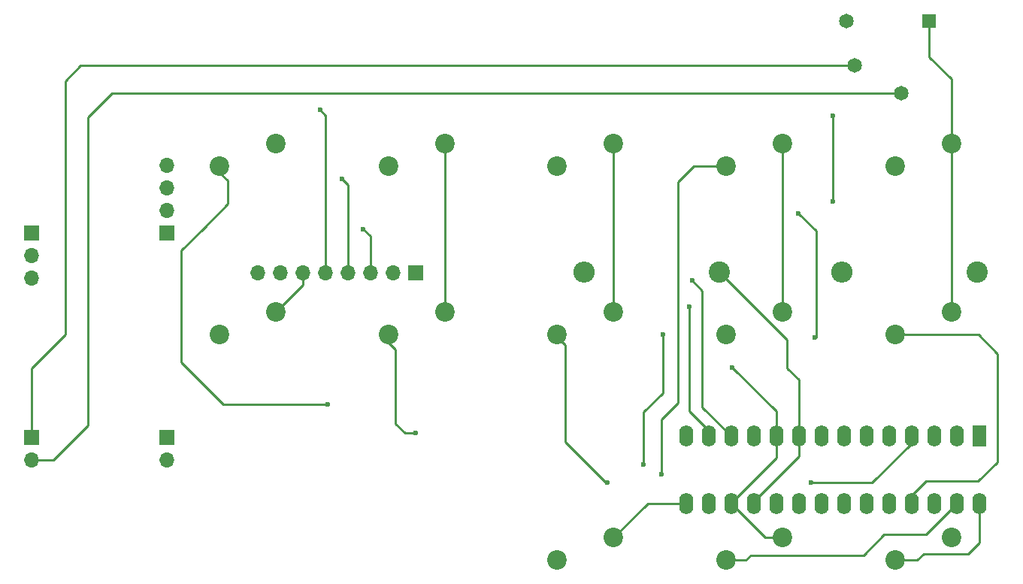
<source format=gbr>
G04 #@! TF.FileFunction,Copper,L2,Bot,Signal*
%FSLAX46Y46*%
G04 Gerber Fmt 4.6, Leading zero omitted, Abs format (unit mm)*
G04 Created by KiCad (PCBNEW 4.0.7) date 03/10/21 14:25:49*
%MOMM*%
%LPD*%
G01*
G04 APERTURE LIST*
%ADD10C,0.100000*%
%ADD11C,2.200000*%
%ADD12R,1.600000X2.400000*%
%ADD13O,1.600000X2.400000*%
%ADD14C,2.400000*%
%ADD15O,2.400000X2.400000*%
%ADD16R,1.700000X1.700000*%
%ADD17O,1.700000X1.700000*%
%ADD18R,1.650000X1.650000*%
%ADD19C,1.650000*%
%ADD20C,0.600000*%
%ADD21C,0.250000*%
G04 APERTURE END LIST*
D10*
D11*
X165488250Y-57555500D03*
X159138250Y-60095500D03*
X165488250Y-76586750D03*
X159138250Y-79126750D03*
X127425750Y-101993000D03*
X121075750Y-104533000D03*
X146457000Y-57555500D03*
X140107000Y-60095500D03*
X146457000Y-101993000D03*
X140107000Y-104533000D03*
X165488250Y-101993000D03*
X159138250Y-104533000D03*
X89363250Y-57555500D03*
X83013250Y-60095500D03*
X89363250Y-76586750D03*
X83013250Y-79126750D03*
X108394500Y-57555500D03*
X102044500Y-60095500D03*
X108394500Y-76586750D03*
X102044500Y-79126750D03*
D12*
X168582000Y-90555500D03*
D13*
X135562000Y-98175500D03*
X166042000Y-90555500D03*
X138102000Y-98175500D03*
X163502000Y-90555500D03*
X140642000Y-98175500D03*
X160962000Y-90555500D03*
X143182000Y-98175500D03*
X158422000Y-90555500D03*
X145722000Y-98175500D03*
X155882000Y-90555500D03*
X148262000Y-98175500D03*
X153342000Y-90555500D03*
X150802000Y-98175500D03*
X150802000Y-90555500D03*
X153342000Y-98175500D03*
X148262000Y-90555500D03*
X155882000Y-98175500D03*
X145722000Y-90555500D03*
X158422000Y-98175500D03*
X143182000Y-90555500D03*
X160962000Y-98175500D03*
X140642000Y-90555500D03*
X163502000Y-98175500D03*
X138102000Y-90555500D03*
X166042000Y-98175500D03*
X135562000Y-90555500D03*
X168582000Y-98175500D03*
D14*
X139332000Y-72086750D03*
D15*
X124092000Y-72086750D03*
D14*
X168394500Y-72086750D03*
D15*
X153154500Y-72086750D03*
D16*
X61894500Y-67680500D03*
D17*
X61894500Y-70220500D03*
X61894500Y-72760500D03*
D16*
X77082000Y-90649250D03*
D17*
X77082000Y-93189250D03*
D16*
X61894500Y-90649250D03*
D17*
X61894500Y-93189250D03*
D18*
X162975750Y-43799250D03*
D19*
X154575750Y-48799250D03*
X159775750Y-51899250D03*
X153675750Y-43799250D03*
D11*
X127425750Y-76586750D03*
X121075750Y-79126750D03*
X127425750Y-57555500D03*
X121075750Y-60095500D03*
D16*
X105113250Y-72180500D03*
D17*
X102573250Y-72180500D03*
X100033250Y-72180500D03*
X97493250Y-72180500D03*
X94953250Y-72180500D03*
X92413250Y-72180500D03*
X89873250Y-72180500D03*
X87333250Y-72180500D03*
D16*
X77082000Y-67680500D03*
D17*
X77082000Y-65140500D03*
X77082000Y-62600500D03*
X77082000Y-60060500D03*
D11*
X146457000Y-76586750D03*
X140107000Y-79126750D03*
D20*
X152082000Y-64118000D03*
X152082000Y-54461750D03*
X132769500Y-94868000D03*
X130800750Y-93743000D03*
X132957000Y-79118000D03*
X150113250Y-79399250D03*
X148238250Y-65430500D03*
X126675750Y-95805500D03*
X149644500Y-95805500D03*
X95175750Y-86993000D03*
X105113250Y-90180500D03*
X136238250Y-73024250D03*
X135957000Y-75930500D03*
X140738250Y-82774250D03*
X99207000Y-67211750D03*
X96863250Y-61586750D03*
X94332000Y-53805500D03*
D21*
X148262000Y-90555500D02*
X148262000Y-84204250D01*
X146925750Y-79680500D02*
X139332000Y-72086750D01*
X146925750Y-82868000D02*
X146925750Y-79680500D01*
X148262000Y-84204250D02*
X146925750Y-82868000D01*
X152082000Y-64118000D02*
X152082000Y-58493000D01*
X152082000Y-58493000D02*
X152082000Y-54461750D01*
X143182000Y-98175500D02*
X143182000Y-97861750D01*
X143182000Y-97861750D02*
X148262000Y-92781750D01*
X148262000Y-92781750D02*
X148262000Y-90555500D01*
X61894500Y-93189250D02*
X64323250Y-93189250D01*
X70925750Y-51899250D02*
X159775750Y-51899250D01*
X68175750Y-54649250D02*
X70925750Y-51899250D01*
X68175750Y-89336750D02*
X68175750Y-54649250D01*
X64323250Y-93189250D02*
X68175750Y-89336750D01*
X160962000Y-98175500D02*
X160962000Y-97238000D01*
X160962000Y-97238000D02*
X162582000Y-95618000D01*
X162582000Y-95618000D02*
X168488250Y-95618000D01*
X168488250Y-95618000D02*
X170644500Y-93461750D01*
X170644500Y-93461750D02*
X170644500Y-81274250D01*
X170644500Y-81274250D02*
X168497000Y-79126750D01*
X168497000Y-79126750D02*
X159138250Y-79126750D01*
X132769500Y-94868000D02*
X132769500Y-88680500D01*
X132769500Y-88680500D02*
X134644500Y-86805500D01*
X134644500Y-86805500D02*
X134644500Y-61868000D01*
X134644500Y-61868000D02*
X136417000Y-60095500D01*
X136417000Y-60095500D02*
X140107000Y-60095500D01*
X130800750Y-93743000D02*
X130800750Y-87836750D01*
X130800750Y-87836750D02*
X132957000Y-85680500D01*
X132957000Y-85680500D02*
X132957000Y-79118000D01*
X150207000Y-79399250D02*
X150113250Y-79399250D01*
X150207000Y-67399250D02*
X150207000Y-79399250D01*
X148238250Y-65430500D02*
X150207000Y-67399250D01*
X121075750Y-79126750D02*
X121075750Y-79330500D01*
X121075750Y-79330500D02*
X121988250Y-80243000D01*
X121988250Y-80243000D02*
X121988250Y-91211750D01*
X121988250Y-91211750D02*
X126582000Y-95805500D01*
X126582000Y-95805500D02*
X126675750Y-95805500D01*
X149644500Y-95805500D02*
X156488250Y-95805500D01*
X156488250Y-95805500D02*
X160962000Y-91331750D01*
X160962000Y-91331750D02*
X160962000Y-90555500D01*
X78675750Y-69649250D02*
X81207000Y-67118000D01*
X95175750Y-86993000D02*
X83457000Y-86993000D01*
X83457000Y-86993000D02*
X78675750Y-82211750D01*
X78675750Y-82211750D02*
X78675750Y-69930500D01*
X78675750Y-69930500D02*
X78675750Y-69649250D01*
X83925750Y-61774250D02*
X83013250Y-60861750D01*
X83925750Y-62336750D02*
X83925750Y-61774250D01*
X83925750Y-64399250D02*
X83925750Y-62336750D01*
X81207000Y-67118000D02*
X83925750Y-64399250D01*
X83013250Y-60861750D02*
X83013250Y-60095500D01*
X105113250Y-90180500D02*
X103894500Y-90180500D01*
X102044500Y-79986750D02*
X102863250Y-80805500D01*
X102863250Y-80805500D02*
X102863250Y-88024250D01*
X102863250Y-89149250D02*
X102863250Y-88024250D01*
X103894500Y-90180500D02*
X102863250Y-89149250D01*
X102044500Y-79126750D02*
X102044500Y-79986750D01*
X137363250Y-87276750D02*
X140642000Y-90555500D01*
X137363250Y-74149250D02*
X137363250Y-87276750D01*
X136238250Y-73024250D02*
X137363250Y-74149250D01*
X138102000Y-90555500D02*
X138102000Y-89888000D01*
X138102000Y-89888000D02*
X135957000Y-87743000D01*
X135957000Y-87743000D02*
X135957000Y-75930500D01*
X140107000Y-104533000D02*
X142323250Y-104533000D01*
X162599500Y-101618000D02*
X166042000Y-98175500D01*
X157894500Y-101618000D02*
X162599500Y-101618000D01*
X155550750Y-103961750D02*
X157894500Y-101618000D01*
X142894500Y-103961750D02*
X155550750Y-103961750D01*
X142323250Y-104533000D02*
X142894500Y-103961750D01*
X159138250Y-104533000D02*
X161635750Y-104533000D01*
X168582000Y-102555500D02*
X168582000Y-98175500D01*
X167363250Y-103774250D02*
X168582000Y-102555500D01*
X162394500Y-103774250D02*
X167363250Y-103774250D01*
X161635750Y-104533000D02*
X162394500Y-103774250D01*
X92413250Y-72180500D02*
X92413250Y-73536750D01*
X92413250Y-73536750D02*
X89363250Y-76586750D01*
X145722000Y-87758000D02*
X145722000Y-90555500D01*
X140738250Y-82774250D02*
X145722000Y-87758000D01*
X140642000Y-98175500D02*
X140642000Y-98058000D01*
X140642000Y-98058000D02*
X145722000Y-92978000D01*
X145722000Y-92978000D02*
X145722000Y-90555500D01*
X135562000Y-98175500D02*
X131243250Y-98175500D01*
X131243250Y-98175500D02*
X127425750Y-101993000D01*
X146457000Y-101993000D02*
X144459500Y-101993000D01*
X144459500Y-101993000D02*
X140642000Y-98175500D01*
X162975750Y-43799250D02*
X162975750Y-47824250D01*
X165488250Y-50336750D02*
X165488250Y-57555500D01*
X162975750Y-47824250D02*
X165488250Y-50336750D01*
X108394500Y-57555500D02*
X108394500Y-76586750D01*
X127425750Y-57555500D02*
X127425750Y-76586750D01*
X146457000Y-57555500D02*
X146457000Y-76586750D01*
X165488250Y-57555500D02*
X165488250Y-76586750D01*
X146024600Y-91033600D02*
X146024600Y-90985600D01*
X61894500Y-90649250D02*
X61894500Y-82868000D01*
X67369500Y-48799250D02*
X154575750Y-48799250D01*
X65644500Y-50524250D02*
X67369500Y-48799250D01*
X65644500Y-79118000D02*
X65644500Y-50524250D01*
X61894500Y-82868000D02*
X65644500Y-79118000D01*
X100033250Y-72180500D02*
X100033250Y-68038000D01*
X100033250Y-68038000D02*
X99207000Y-67211750D01*
X97493250Y-72180500D02*
X97493250Y-62216750D01*
X97493250Y-62216750D02*
X96863250Y-61586750D01*
X94953250Y-72180500D02*
X94953250Y-54426750D01*
X94953250Y-54426750D02*
X94332000Y-53805500D01*
M02*

</source>
